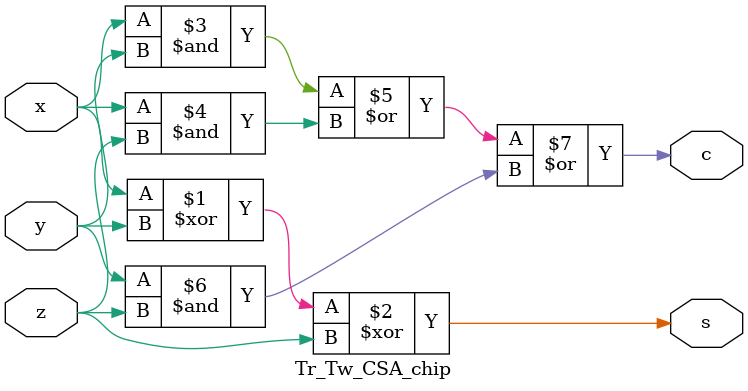
<source format=v>
module Tr_Tw_CSA_chip(
	input										x,
	input										y,
	input										z,
	output									s,
	output									c
);
	assign			s		=			x ^ y ^ z;
	assign			c		=			(x & y) | (x & z) | (y & z);
endmodule
</source>
